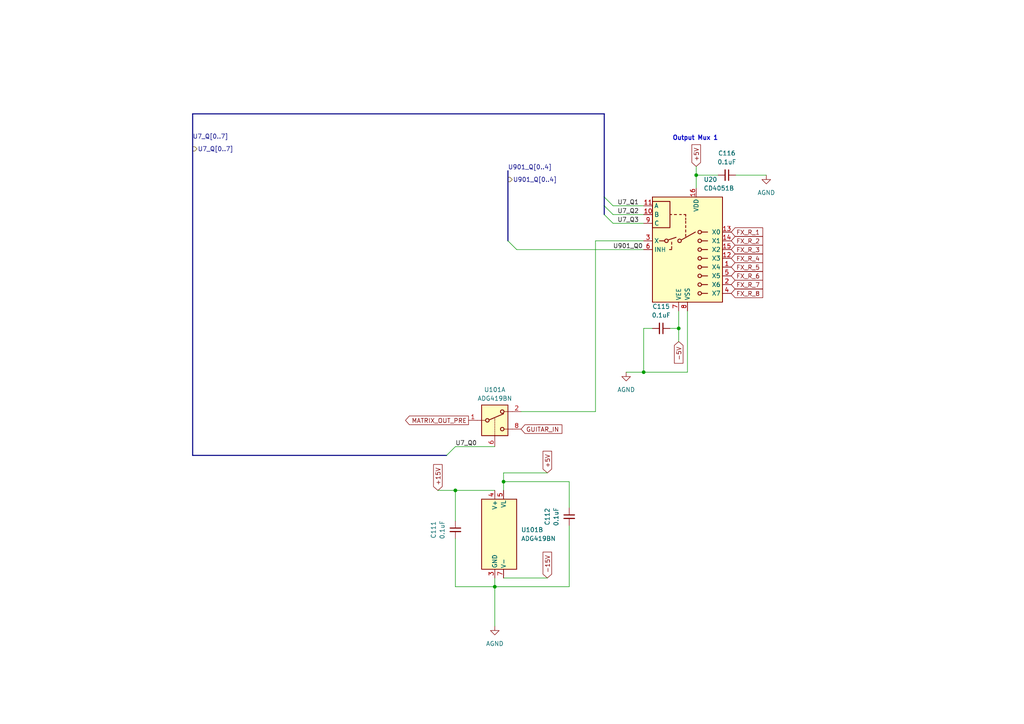
<source format=kicad_sch>
(kicad_sch (version 20250114) (generator "eeschema") (generator_version "9.0")
  (paper "A4")
  (lib_symbols
    (symbol "Analog_Switch:ADG419BN" (pin_names (offset 0.254))
      (property "Reference" "U" (at -3.175 7.493 0))
      (property "Value" "ADG419BN" (at -3.175 5.715 0))
      (symbol "ADG419BN_1_1"
        (polyline (pts (xy -5.08 0) (xy -2.794 0)))
        (rectangle (start -3.81 4.445) (end 3.81 -4.445) (stroke (width 0.254)) (fill (type background)))
        (circle (center -2.159 0) (radius 0.508) (stroke (width 0.254)))
        (polyline (pts (xy -1.651 0.127) (xy 2.54 1.905)) (stroke (width 0.254)))
        (polyline (pts (xy 0 0.254) (xy 0 0.508)))
        (polyline (pts (xy 0 0.254) (xy 0 0.508)))
        (polyline (pts (xy 0 -0.254) (xy 0 0)))
        (polyline (pts (xy 0 -0.762) (xy 0 -0.508)))
        (polyline (pts (xy 0 -1.27) (xy 0 -1.016)))
        (polyline (pts (xy 0 -1.778) (xy 0 -1.524)))
        (polyline (pts (xy 0 -2.286) (xy 0 -2.032)))
        (polyline (pts (xy 0 -2.794) (xy 0 -2.54)))
        (polyline (pts (xy 0 -3.302) (xy 0 -3.048)))
        (polyline (pts (xy 0 -3.81) (xy 0 -3.556)))
        (polyline (pts (xy 0 -4.318) (xy 0 -4.064)))
        (polyline (pts (xy 0 -5.08) (xy 0 -4.572)))
        (circle (center 2.159 2.54) (radius 0.508) (stroke (width 0.254)))
        (circle (center 2.159 -2.54) (radius 0.508) (stroke (width 0.254)))
        (polyline (pts (xy 5.08 2.54) (xy 2.794 2.54)))
        (polyline (pts (xy 5.08 -2.54) (xy 2.794 -2.54)))
        (pin passive line (at -7.62 0 0) (length 2.54) (name "~") (number "1"))
        (pin input line (at 0 -7.62 90) (length 2.54) (name "~") (number "6"))
        (pin passive line (at 7.62 2.54 180) (length 2.54) (name "~") (number "2"))
        (pin passive line (at 7.62 -2.54 180) (length 2.54) (name "~") (number "8"))
      )
      (symbol "ADG419BN_2_0"
        (pin power_in line (at 0 12.7 270) (length 2.54) (name "V+") (number "4"))
        (pin power_in line (at 0 -12.7 90) (length 2.54) (name "GND") (number "3"))
        (pin power_in line (at 2.54 12.7 270) (length 2.54) (name "VL") (number "5"))
        (pin power_in line (at 2.54 -12.7 90) (length 2.54) (name "V-") (number "7"))
      )
      (symbol "ADG419BN_2_1"
        (rectangle (start -3.81 10.16) (end 6.35 -10.16) (stroke (width 0.254)) (fill (type background)))
      )
    )
    (symbol "Analog_Switch:CD4051B"
      (property "Reference" "U" (at -10.16 16.51 0))
      (property "Value" "CD4051B" (at 3.81 16.51 0))
      (symbol "CD4051B_0_1"
        (rectangle (start -10.16 15.24) (end 10.16 -15.24) (stroke (width 0.254)) (fill (type background)))
        (rectangle (start -10.16 6.35) (end -5.08 13.97) (stroke (width 0.254)))
        (polyline (pts (xy -8.128 2.54) (xy -6.604 2.54)) (stroke (width 0.254)))
        (circle (center -6.096 2.54) (radius 0.508) (stroke (width 0.254)))
        (polyline (pts (xy -5.588 2.794) (xy -3.302 3.556)) (stroke (width 0.254)))
        (polyline (pts (xy -4.572 10.16) (xy -5.08 10.16)) (stroke (width 0.254)))
        (polyline (pts (xy -4.572 1.524) (xy -4.572 2.159)) (stroke (width 0.254)))
        (polyline (pts (xy -4.572 0.254) (xy -4.572 0.889)) (stroke (width 0.254)))
        (polyline (pts (xy -4.572 0) (xy -5.207 0)) (stroke (width 0.254)))
        (polyline (pts (xy -3.81 10.16) (xy -3.175 10.16)) (stroke (width 0.254)))
        (circle (center -2.286 2.54) (radius 0.508) (stroke (width 0.254)))
        (polyline (pts (xy -1.778 10.16) (xy -2.286 10.16)) (stroke (width 0.254)))
        (polyline (pts (xy -1.778 2.794) (xy 2.286 5.08)) (stroke (width 0.254)))
        (polyline (pts (xy -0.508 10.16) (xy -1.016 10.16)) (stroke (width 0.254)))
        (polyline (pts (xy -0.508 9.652) (xy -0.508 10.16)) (stroke (width 0.254)))
        (polyline (pts (xy -0.508 8.636) (xy -0.508 9.144)) (stroke (width 0.254)))
        (polyline (pts (xy -0.508 7.62) (xy -0.508 8.255)) (stroke (width 0.254)))
        (polyline (pts (xy -0.508 6.35) (xy -0.508 6.985)) (stroke (width 0.254)))
        (polyline (pts (xy -0.508 5.08) (xy -0.508 5.715)) (stroke (width 0.254)))
        (polyline (pts (xy -0.508 3.81) (xy -0.508 4.445)) (stroke (width 0.254)))
        (circle (center 3.556 5.08) (radius 0.508) (stroke (width 0.254)))
        (circle (center 3.556 2.54) (radius 0.508) (stroke (width 0.254)))
        (circle (center 3.556 0) (radius 0.508) (stroke (width 0.254)))
        (circle (center 3.556 -2.54) (radius 0.508) (stroke (width 0.254)))
        (circle (center 3.556 -5.08) (radius 0.508) (stroke (width 0.254)))
        (circle (center 3.556 -7.62) (radius 0.508) (stroke (width 0.254)))
        (circle (center 3.556 -10.16) (radius 0.508) (stroke (width 0.254)))
        (circle (center 3.556 -12.7) (radius 0.508) (stroke (width 0.254)))
        (polyline (pts (xy 4.064 5.08) (xy 5.842 5.08)) (stroke (width 0.254)))
        (polyline (pts (xy 4.064 2.54) (xy 5.842 2.54)) (stroke (width 0.254)))
        (polyline (pts (xy 4.064 0) (xy 5.842 0)) (stroke (width 0.254)))
        (polyline (pts (xy 4.064 -2.54) (xy 5.842 -2.54)) (stroke (width 0.254)))
        (polyline (pts (xy 4.064 -5.08) (xy 5.842 -5.08)) (stroke (width 0.254)))
        (polyline (pts (xy 4.064 -7.62) (xy 5.842 -7.62)) (stroke (width 0.254)))
        (polyline (pts (xy 4.064 -10.16) (xy 5.842 -10.16)) (stroke (width 0.254)))
        (polyline (pts (xy 4.064 -12.7) (xy 5.842 -12.7)) (stroke (width 0.254)))
      )
      (symbol "CD4051B_1_1"
        (pin input line (at -12.7 12.7 0) (length 2.54) (name "A") (number "11"))
        (pin input line (at -12.7 10.16 0) (length 2.54) (name "B") (number "10"))
        (pin input line (at -12.7 7.62 0) (length 2.54) (name "C") (number "9"))
        (pin bidirectional line (at -12.7 2.54 0) (length 2.54) (name "X") (number "3"))
        (pin input line (at -12.7 0 0) (length 2.54) (name "INH") (number "6"))
        (pin power_in line (at -2.54 -17.78 90) (length 2.54) (name "VEE") (number "7"))
        (pin power_in line (at 0 -17.78 90) (length 2.54) (name "VSS") (number "8"))
        (pin power_in line (at 2.54 17.78 270) (length 2.54) (name "VDD") (number "16"))
        (pin bidirectional line (at 12.7 5.08 180) (length 2.54) (name "X0") (number "13"))
        (pin bidirectional line (at 12.7 2.54 180) (length 2.54) (name "X1") (number "14"))
        (pin bidirectional line (at 12.7 0 180) (length 2.54) (name "X2") (number "15"))
        (pin bidirectional line (at 12.7 -2.54 180) (length 2.54) (name "X3") (number "12"))
        (pin bidirectional line (at 12.7 -5.08 180) (length 2.54) (name "X4") (number "1"))
        (pin bidirectional line (at 12.7 -7.62 180) (length 2.54) (name "X5") (number "5"))
        (pin bidirectional line (at 12.7 -10.16 180) (length 2.54) (name "X6") (number "2"))
        (pin bidirectional line (at 12.7 -12.7 180) (length 2.54) (name "X7") (number "4"))
      )
    )
    (symbol "Device:C_Small" (pin_numbers (hide yes)) (pin_names (offset 0.254) (hide yes))
      (property "Reference" "C" (at 0.254 1.778 0))
      (property "Value" "C_Small" (at 0.254 -2.032 0))
      (symbol "C_Small_0_1"
        (polyline (pts (xy -1.524 0.508) (xy 1.524 0.508)) (stroke (width 0.3048)))
        (polyline (pts (xy -1.524 -0.508) (xy 1.524 -0.508)) (stroke (width 0.3302)))
      )
      (symbol "C_Small_1_1"
        (pin passive line (at 0 2.54 270) (length 2.032) (name "~") (number "1"))
        (pin passive line (at 0 -2.54 90) (length 2.032) (name "~") (number "2"))
      )
    )
    (symbol "power:GND" (power) (pin_numbers (hide yes)) (pin_names (offset 0) (hide yes))
      (property "Value" "GND" (at 0 -3.81 0))
      (symbol "GND_0_1"
        (polyline (pts (xy 0 0) (xy 0 -1.27) (xy 1.27 -1.27) (xy 0 -2.54) (xy -1.27 -1.27) (xy 0 -1.27)))
      )
      (symbol "GND_1_1"
        (pin power_in line (at 0 0 270) (length 0) (name "~") (number "1"))
      )
    )
  )
  (text "Output Mux 1" (at 201.676 40.132 0) (effects (font (size 1.27 1.27) (thickness 0.254) (bold yes))))
  (junction (at 143.51 170.18))
  (junction (at 146.05 139.7))
  (junction (at 201.93 50.8))
  (junction (at 132.08 142.24))
  (junction (at 196.85 95.25))
  (junction (at 186.69 107.95))
  (bus_entry (at 147.32 69.85) (size 2.54 2.54))
  (bus_entry (at 175.26 62.23) (size 2.54 2.54))
  (bus_entry (at 129.54 132.08) (size 2.54 -2.54))
  (bus_entry (at 175.26 59.69) (size 2.54 2.54))
  (bus_entry (at 175.26 57.15) (size 2.54 2.54))
  (wire (pts (xy 143.51 170.18) (xy 143.51 181.61)))
  (wire (pts (xy 146.05 137.16) (xy 146.05 139.7)))
  (wire (pts (xy 172.72 69.85) (xy 172.72 119.38)))
  (wire (pts (xy 149.86 72.39) (xy 186.69 72.39)))
  (wire (pts (xy 186.69 95.25) (xy 189.23 95.25)))
  (wire (pts (xy 165.1 152.4) (xy 165.1 170.18)))
  (wire (pts (xy 132.08 142.24) (xy 143.51 142.24)))
  (wire (pts (xy 172.72 119.38) (xy 151.13 119.38)))
  (wire (pts (xy 186.69 107.95) (xy 199.39 107.95)))
  (bus (pts (xy 55.88 33.02) (xy 55.88 132.08)))
  (bus (pts (xy 175.26 59.69) (xy 175.26 62.23)))
  (wire (pts (xy 146.05 139.7) (xy 146.05 142.24)))
  (wire (pts (xy 201.93 48.26) (xy 201.93 50.8)))
  (wire (pts (xy 165.1 139.7) (xy 146.05 139.7)))
  (wire (pts (xy 132.08 170.18) (xy 143.51 170.18)))
  (wire (pts (xy 132.08 129.54) (xy 143.51 129.54)))
  (bus (pts (xy 147.32 49.53) (xy 147.32 69.85)))
  (wire (pts (xy 196.85 95.25) (xy 196.85 90.17)))
  (wire (pts (xy 201.93 50.8) (xy 201.93 54.61)))
  (wire (pts (xy 213.36 50.8) (xy 222.25 50.8)))
  (wire (pts (xy 186.69 69.85) (xy 172.72 69.85)))
  (wire (pts (xy 143.51 167.64) (xy 143.51 170.18)))
  (bus (pts (xy 55.88 33.02) (xy 175.26 33.02)))
  (wire (pts (xy 186.69 95.25) (xy 186.69 107.95)))
  (wire (pts (xy 127 142.24) (xy 132.08 142.24)))
  (bus (pts (xy 175.26 33.02) (xy 175.26 57.15)))
  (wire (pts (xy 177.8 59.69) (xy 186.69 59.69)))
  (bus (pts (xy 175.26 57.15) (xy 175.26 59.69)))
  (wire (pts (xy 196.85 99.06) (xy 196.85 95.25)))
  (wire (pts (xy 165.1 147.32) (xy 165.1 139.7)))
  (wire (pts (xy 199.39 90.17) (xy 199.39 107.95)))
  (bus (pts (xy 129.54 132.08) (xy 55.88 132.08)))
  (wire (pts (xy 181.61 107.95) (xy 186.69 107.95)))
  (wire (pts (xy 132.08 156.21) (xy 132.08 170.18)))
  (wire (pts (xy 177.8 64.77) (xy 186.69 64.77)))
  (wire (pts (xy 177.8 62.23) (xy 186.69 62.23)))
  (wire (pts (xy 158.75 167.64) (xy 146.05 167.64)))
  (wire (pts (xy 158.75 137.16) (xy 146.05 137.16)))
  (wire (pts (xy 165.1 170.18) (xy 143.51 170.18)))
  (wire (pts (xy 194.31 95.25) (xy 196.85 95.25)))
  (wire (pts (xy 201.93 50.8) (xy 208.28 50.8)))
  (wire (pts (xy 132.08 142.24) (xy 132.08 151.13)))
  (label "U901_Q[0..4]" (at 147.32 49.53 0))
  (label "U901_Q0" (at 177.8 72.39 0))
  (label "U7_Q2" (at 179.07 62.23 0))
  (label "U7_Q0" (at 132.08 129.54 0))
  (label "U7_Q1" (at 179.07 59.69 0))
  (label "U7_Q[0..7]" (at 55.88 40.64 0))
  (label "U7_Q3" (at 179.07 64.77 0))
  (global_label "FX_R_7" (shape input) (at 212.09 82.55 0) (property "Intersheetrefs" "${INTERSHEET_REFS}" (effects (hide yes))))
  (global_label "+5V" (shape input) (at 158.75 137.16 90) (property "Intersheetrefs" "${INTERSHEET_REFS}" (effects (hide yes))))
  (global_label "FX_R_3" (shape input) (at 212.09 72.39 0) (property "Intersheetrefs" "${INTERSHEET_REFS}" (effects (hide yes))))
  (global_label "FX_R_8" (shape input) (at 212.09 85.09 0) (property "Intersheetrefs" "${INTERSHEET_REFS}" (effects (hide yes))))
  (global_label "-5V" (shape input) (at 196.85 99.06 270) (property "Intersheetrefs" "${INTERSHEET_REFS}" (effects (hide yes))))
  (global_label "FX_R_6" (shape input) (at 212.09 80.01 0) (property "Intersheetrefs" "${INTERSHEET_REFS}" (effects (hide yes))))
  (global_label "+5V" (shape input) (at 201.93 48.26 90) (property "Intersheetrefs" "${INTERSHEET_REFS}" (effects (hide yes))))
  (global_label "FX_R_5" (shape input) (at 212.09 77.47 0) (property "Intersheetrefs" "${INTERSHEET_REFS}" (effects (hide yes))))
  (global_label "MATRIX_OUT_PRE" (shape output) (at 135.89 121.92 180) (property "Intersheetrefs" "${INTERSHEET_REFS}" (effects (hide yes))))
  (global_label "GUITAR_IN" (shape input) (at 151.13 124.46 0) (property "Intersheetrefs" "${INTERSHEET_REFS}" (effects (hide yes))))
  (global_label "FX_R_1" (shape input) (at 212.09 67.31 0) (property "Intersheetrefs" "${INTERSHEET_REFS}" (effects (hide yes))))
  (global_label "FX_R_2" (shape input) (at 212.09 69.85 0) (property "Intersheetrefs" "${INTERSHEET_REFS}" (effects (hide yes))))
  (global_label "+15V" (shape input) (at 127 142.24 90) (property "Intersheetrefs" "${INTERSHEET_REFS}" (effects (hide yes))))
  (global_label "-15V" (shape input) (at 158.75 167.64 90) (property "Intersheetrefs" "${INTERSHEET_REFS}" (effects (hide yes))))
  (global_label "FX_R_4" (shape input) (at 212.09 74.93 0) (property "Intersheetrefs" "${INTERSHEET_REFS}" (effects (hide yes))))
  (hierarchical_label "U901_Q[0..4]" (shape output) (at 147.32 52.07 0))
  (hierarchical_label "U7_Q[0..7]" (shape output) (at 55.88 43.18 0))
  (symbol (lib_id "Device:C_Small") (at 132.08 153.67 0) (unit 1)
    (property "Reference" "C111" (at 125.73 153.6764 90))
    (property "Value" "0.1uF" (at 128.27 153.6764 90))
    (property "Footprint" "Capacitor_THT:C_Axial_L3.8mm_D2.6mm_P7.50mm_Horizontal" (effects (hide yes)))
    (property "Description" "Unpolarized capacitor, small symbol" (effects (hide yes)))
  )
  (symbol (lib_id "Analog_Switch:ADG419BN") (at 143.51 121.92 0) (unit 1)
    (property "Reference" "U101" (at 143.51 113.03 0))
    (property "Value" "ADG419BN" (at 143.51 115.57 0))
    (property "Footprint" "Package_DIP:DIP-8_W7.62mm" (effects (hide yes)))
    (property "Datasheet" "https://www.analog.com/media/en/technical-documentation/data-sheets/ADG419.pdf" (effects (hide yes)))
    (property "Description" "Single SPDT Monolithic LC²MOS Analog Switch, 25Ohm Ron, DIP-8" (effects (hide yes)))
  )
  (symbol (lib_id "Analog_Switch:ADG419BN") (at 143.51 154.94 0) (unit 2)
    (property "Reference" "U101" (at 151.13 153.6699 0) (effects (justify left)))
    (property "Value" "ADG419BN" (at 151.13 156.2099 0) (effects (justify left)))
    (property "Footprint" "Package_DIP:DIP-8_W7.62mm" (effects (hide yes)))
    (property "Datasheet" "https://www.analog.com/media/en/technical-documentation/data-sheets/ADG419.pdf" (effects (hide yes)))
    (property "Description" "Single SPDT Monolithic LC²MOS Analog Switch, 25Ohm Ron, DIP-8" (effects (hide yes)))
  )
  (symbol (lib_id "power:GND") (at 222.25 50.8 0) (unit 1)
    (property "Reference" "#PWR0405" (effects (hide yes)))
    (property "Value" "AGND" (at 222.25 55.88 0))
    (property "Description" "Power symbol creates a global label with name \"GND\" , ground" (effects (hide yes)))
  )
  (symbol (lib_id "power:GND") (at 143.51 181.61 0) (unit 1)
    (property "Reference" "#PWR0404" (effects (hide yes)))
    (property "Value" "AGND" (at 143.51 186.69 0))
    (property "Description" "Power symbol creates a global label with name \"GND\" , ground" (effects (hide yes)))
  )
  (symbol (lib_id "Device:C_Small") (at 191.77 95.25 270) (unit 1)
    (property "Reference" "C115" (at 191.7636 88.9 90))
    (property "Value" "0.1uF" (at 191.7636 91.44 90))
    (property "Footprint" "Capacitor_THT:C_Axial_L3.8mm_D2.6mm_P7.50mm_Horizontal" (effects (hide yes)))
    (property "Description" "Unpolarized capacitor, small symbol" (effects (hide yes)))
  )
  (symbol (lib_id "Device:C_Small") (at 210.82 50.8 270) (unit 1)
    (property "Reference" "C116" (at 210.8136 44.45 90))
    (property "Value" "0.1uF" (at 210.8136 46.99 90))
    (property "Footprint" "Capacitor_THT:C_Axial_L3.8mm_D2.6mm_P7.50mm_Horizontal" (effects (hide yes)))
    (property "Description" "Unpolarized capacitor, small symbol" (effects (hide yes)))
  )
  (symbol (lib_id "Analog_Switch:CD4051B") (at 199.39 72.39 0) (unit 1)
    (property "Reference" "U20" (at 204.0733 52.07 0) (effects (justify left)))
    (property "Value" "CD4051B" (at 204.0733 54.61 0) (effects (justify left)))
    (property "Footprint" "Package_DIP:CERDIP-16_W7.62mm_SideBrazed" (effects (hide yes)))
    (property "Datasheet" "http://www.ti.com/lit/ds/symlink/cd4052b.pdf" (effects (hide yes)))
    (property "Description" "CMOS single 8-channel analog multiplexer demultiplexer, TSSOP-16/DIP-16/SOIC-16" (effects (hide yes)))
  )
  (symbol (lib_id "power:GND") (at 181.61 107.95 0) (unit 1)
    (property "Reference" "#PWR0402" (effects (hide yes)))
    (property "Value" "AGND" (at 181.61 113.03 0))
    (property "Description" "Power symbol creates a global label with name \"GND\" , ground" (effects (hide yes)))
  )
  (symbol (lib_id "Device:C_Small") (at 165.1 149.86 0) (unit 1)
    (property "Reference" "C112" (at 158.75 149.8664 90))
    (property "Value" "0.1uF" (at 161.29 149.8664 90))
    (property "Footprint" "Capacitor_THT:C_Axial_L3.8mm_D2.6mm_P7.50mm_Horizontal" (effects (hide yes)))
    (property "Description" "Unpolarized capacitor, small symbol" (effects (hide yes)))
  )
)
</source>
